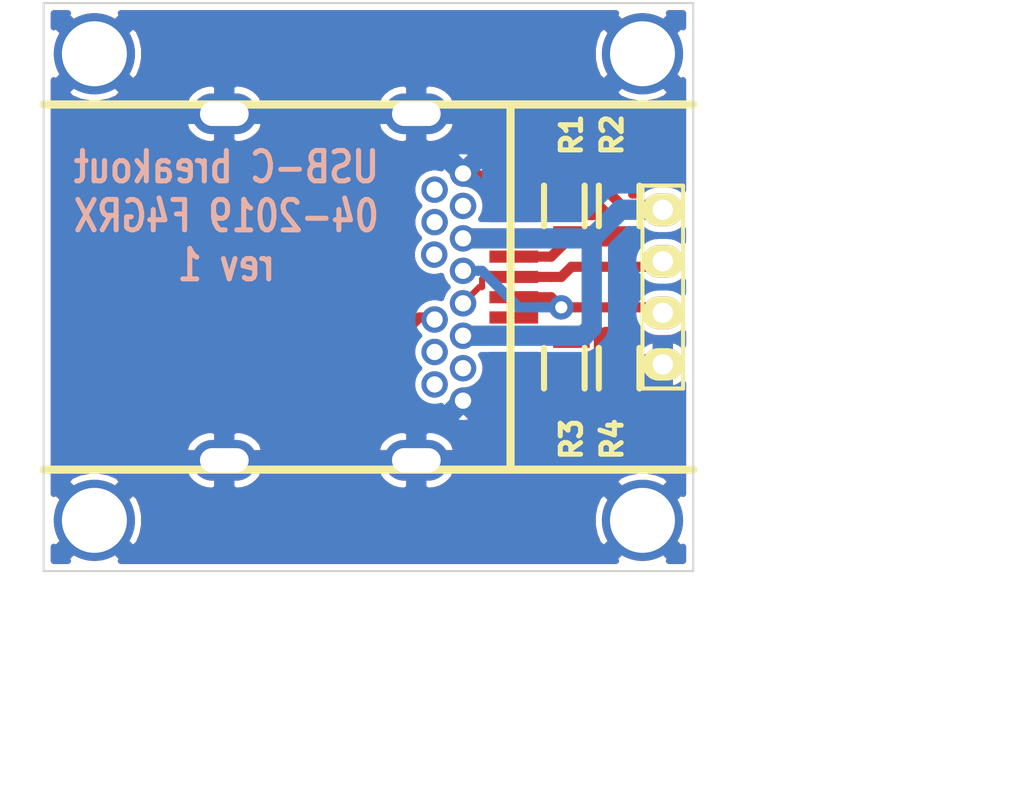
<source format=kicad_pcb>
(kicad_pcb (version 4) (host pcbnew 4.0.7)

  (general
    (links 31)
    (no_connects 1)
    (area 12.924999 13.495237 39.466668 30.504762)
    (thickness 1.6)
    (drawings 22)
    (tracks 88)
    (zones 0)
    (modules 10)
    (nets 18)
  )

  (page A4)
  (layers
    (0 F.Cu signal)
    (31 B.Cu signal)
    (32 B.Adhes user)
    (33 F.Adhes user)
    (34 B.Paste user)
    (35 F.Paste user)
    (36 B.SilkS user)
    (37 F.SilkS user)
    (38 B.Mask user)
    (39 F.Mask user)
    (40 Dwgs.User user)
    (41 Cmts.User user)
    (42 Eco1.User user)
    (43 Eco2.User user)
    (44 Edge.Cuts user)
    (45 Margin user)
    (46 B.CrtYd user)
    (47 F.CrtYd user)
    (48 B.Fab user)
    (49 F.Fab user)
  )

  (setup
    (last_trace_width 0.25)
    (user_trace_width 0.15)
    (user_trace_width 0.2)
    (user_trace_width 0.5)
    (trace_clearance 0.1)
    (zone_clearance 0.15)
    (zone_45_only no)
    (trace_min 0.15)
    (segment_width 0.15)
    (edge_width 0.05)
    (via_size 0.8)
    (via_drill 0.4)
    (via_min_size 0.6)
    (via_min_drill 0.3)
    (user_via 0.6 0.3)
    (uvia_size 0.3)
    (uvia_drill 0.1)
    (uvias_allowed no)
    (uvia_min_size 0.2)
    (uvia_min_drill 0.1)
    (pcb_text_width 0.3)
    (pcb_text_size 1.5 1.5)
    (mod_edge_width 0.12)
    (mod_text_size 1 1)
    (mod_text_width 0.15)
    (pad_size 2 2)
    (pad_drill 2)
    (pad_to_mask_clearance 0.051)
    (solder_mask_min_width 0.25)
    (aux_axis_origin 0 0)
    (grid_origin 15 15)
    (visible_elements 7FFFFF7F)
    (pcbplotparams
      (layerselection 0x010fc_ffffffff)
      (usegerberextensions false)
      (excludeedgelayer true)
      (linewidth 0.100000)
      (plotframeref false)
      (viasonmask false)
      (mode 1)
      (useauxorigin false)
      (hpglpennumber 1)
      (hpglpenspeed 20)
      (hpglpendiameter 15)
      (hpglpenoverlay 2)
      (psnegative false)
      (psa4output false)
      (plotreference true)
      (plotvalue true)
      (plotinvisibletext false)
      (padsonsilk false)
      (subtractmaskfromsilk false)
      (outputformat 1)
      (mirror false)
      (drillshape 1)
      (scaleselection 1)
      (outputdirectory ""))
  )

  (net 0 "")
  (net 1 "Net-(USB1-Pad2)")
  (net 2 "Net-(USB1-Pad3)")
  (net 3 "Net-(USB1-Pad8)")
  (net 4 "Net-(USB1-Pad10)")
  (net 5 "Net-(USB1-Pad11)")
  (net 6 "Net-(USB1-Pad14)")
  (net 7 "Net-(USB1-Pad25)")
  (net 8 "Net-(USB1-Pad15)")
  (net 9 "Net-(USB1-Pad20)")
  (net 10 "Net-(USB1-Pad22)")
  (net 11 "Net-(USB1-Pad23)")
  (net 12 /GND)
  (net 13 /DN)
  (net 14 /DP)
  (net 15 /VBUS)
  (net 16 /CC1)
  (net 17 /CC2)

  (net_class Default "This is the default net class."
    (clearance 0.1)
    (trace_width 0.25)
    (via_dia 0.8)
    (via_drill 0.4)
    (uvia_dia 0.3)
    (uvia_drill 0.1)
    (add_net /CC1)
    (add_net /CC2)
    (add_net /DN)
    (add_net /DP)
    (add_net /GND)
    (add_net /VBUS)
    (add_net "Net-(USB1-Pad10)")
    (add_net "Net-(USB1-Pad11)")
    (add_net "Net-(USB1-Pad14)")
    (add_net "Net-(USB1-Pad15)")
    (add_net "Net-(USB1-Pad2)")
    (add_net "Net-(USB1-Pad20)")
    (add_net "Net-(USB1-Pad22)")
    (add_net "Net-(USB1-Pad23)")
    (add_net "Net-(USB1-Pad25)")
    (add_net "Net-(USB1-Pad3)")
    (add_net "Net-(USB1-Pad8)")
  )

  (module local:Wurth-632723300011 (layer F.Cu) (tedit 5C42C6B8) (tstamp 5CA1B7CA)
    (at 16 22 270)
    (path /5C9DF349)
    (attr smd)
    (fp_text reference USB1 (at 0 -12 270) (layer F.SilkS) hide
      (effects (font (size 1 1) (thickness 0.15)))
    )
    (fp_text value Wurth-632723300011 (at 0 1.9 270) (layer F.Fab) hide
      (effects (font (size 1 1) (thickness 0.15)))
    )
    (fp_line (start -4.37 0.95) (end 4.37 0.95) (layer Dwgs.User) (width 0.15))
    (fp_line (start -4.37 0.95) (end -4.37 -10.38) (layer Dwgs.User) (width 0.15))
    (fp_line (start 4.37 0.95) (end 4.37 -10.38) (layer Dwgs.User) (width 0.15))
    (fp_line (start -4.37 -10.38) (end 4.37 -10.38) (layer Dwgs.User) (width 0.15))
    (pad 27 smd rect (at 0 -2.9 270) (size 0.2 1) (layers F.Cu F.Paste F.Mask)
      (net 12 /GND))
    (pad 27 smd rect (at 0 -6 270) (size 0.2 1) (layers F.Cu F.Paste F.Mask)
      (net 12 /GND))
    (pad 26 thru_hole oval (at -4.27 -3.45 270) (size 1 1.6) (drill oval 0.6 1.2) (layers *.Cu B.Mask)
      (net 12 /GND))
    (pad 26 thru_hole oval (at -4.27 -8.18 270) (size 1 1.6) (drill oval 0.6 1.2) (layers *.Cu B.Mask)
      (net 12 /GND))
    (pad 26 thru_hole oval (at 4.27 -3.45 270) (size 1 1.6) (drill oval 0.6 1.2) (layers *.Cu B.Mask)
      (net 12 /GND))
    (pad 26 thru_hole oval (at 4.27 -8.18 270) (size 1 1.6) (drill oval 0.6 1.2) (layers *.Cu B.Mask)
      (net 12 /GND))
    (pad 25 thru_hole circle (at -2 -9.33 270) (size 0.65 0.65) (drill 0.4) (layers *.Cu B.Mask)
      (net 7 "Net-(USB1-Pad25)"))
    (pad 24 thru_hole circle (at -2.8 -9.33 270) (size 0.65 0.65) (drill 0.4) (layers *.Cu B.Mask)
      (net 12 /GND))
    (pad 23 thru_hole circle (at -2.4 -8.63 270) (size 0.65 0.65) (drill 0.4) (layers *.Cu B.Mask)
      (net 11 "Net-(USB1-Pad23)"))
    (pad 22 thru_hole circle (at -1.6 -8.63 270) (size 0.65 0.65) (drill 0.4) (layers *.Cu B.Mask)
      (net 10 "Net-(USB1-Pad22)"))
    (pad 21 thru_hole circle (at -1.2 -9.33 270) (size 0.65 0.65) (drill 0.4) (layers *.Cu B.Mask)
      (net 15 /VBUS))
    (pad 20 thru_hole circle (at -0.8 -8.62 270) (size 0.65 0.65) (drill 0.4) (layers *.Cu B.Mask)
      (net 9 "Net-(USB1-Pad20)"))
    (pad 19 thru_hole circle (at -0.4 -9.33 270) (size 0.65 0.65) (drill 0.4) (layers *.Cu B.Mask)
      (net 13 /DN))
    (pad 18 thru_hole circle (at 0.4 -9.33 270) (size 0.65 0.65) (drill 0.4) (layers *.Cu B.Mask)
      (net 14 /DP))
    (pad 17 thru_hole circle (at 0.8 -8.63 270) (size 0.65 0.65) (drill 0.4) (layers *.Cu B.Mask)
      (net 17 /CC2))
    (pad 16 thru_hole circle (at 1.2 -9.33 270) (size 0.65 0.65) (drill 0.4) (layers *.Cu B.Mask)
      (net 15 /VBUS))
    (pad 15 thru_hole circle (at 1.6 -8.63 270) (size 0.65 0.65) (drill 0.4) (layers *.Cu B.Mask)
      (net 8 "Net-(USB1-Pad15)"))
    (pad 25 thru_hole circle (at 2 -9.33 270) (size 0.65 0.65) (drill 0.4) (layers *.Cu B.Mask)
      (net 7 "Net-(USB1-Pad25)"))
    (pad 14 thru_hole circle (at 2.4 -8.63 270) (size 0.65 0.65) (drill 0.4) (layers *.Cu B.Mask)
      (net 6 "Net-(USB1-Pad14)"))
    (pad 13 thru_hole circle (at 2.8 -9.33 270) (size 0.65 0.65) (drill 0.4) (layers *.Cu B.Mask)
      (net 12 /GND))
    (pad 12 smd rect (at 2.75 -10.58 270) (size 0.3 1.2) (layers F.Cu F.Paste F.Mask)
      (net 12 /GND))
    (pad 11 smd rect (at 2.25 -10.58 270) (size 0.3 1.2) (layers F.Cu F.Paste F.Mask)
      (net 5 "Net-(USB1-Pad11)"))
    (pad 10 smd rect (at 1.75 -10.58 270) (size 0.3 1.2) (layers F.Cu F.Paste F.Mask)
      (net 4 "Net-(USB1-Pad10)"))
    (pad 9 smd rect (at 1.25 -10.58 270) (size 0.3 1.2) (layers F.Cu F.Paste F.Mask)
      (net 15 /VBUS))
    (pad 8 smd rect (at 0.75 -10.58 270) (size 0.3 1.2) (layers F.Cu F.Paste F.Mask)
      (net 3 "Net-(USB1-Pad8)"))
    (pad 7 smd rect (at 0.25 -10.58 270) (size 0.3 1.2) (layers F.Cu F.Paste F.Mask)
      (net 13 /DN))
    (pad 6 smd rect (at -0.25 -10.58 270) (size 0.3 1.2) (layers F.Cu F.Paste F.Mask)
      (net 14 /DP))
    (pad 5 smd rect (at -0.75 -10.58 270) (size 0.3 1.2) (layers F.Cu F.Paste F.Mask)
      (net 16 /CC1))
    (pad 4 smd rect (at -1.25 -10.58 270) (size 0.3 1.2) (layers F.Cu F.Paste F.Mask)
      (net 15 /VBUS))
    (pad 3 smd rect (at -1.75 -10.58 270) (size 0.3 1.2) (layers F.Cu F.Paste F.Mask)
      (net 2 "Net-(USB1-Pad3)"))
    (pad 2 smd rect (at -2.25 -10.58 270) (size 0.3 1.2) (layers F.Cu F.Paste F.Mask)
      (net 1 "Net-(USB1-Pad2)"))
    (pad 1 smd rect (at -2.75 -10.58 270) (size 0.3 1.2) (layers F.Cu F.Paste F.Mask)
      (net 12 /GND))
  )

  (module local:PINS-1.27-1x4 (layer F.Cu) (tedit 566F4375) (tstamp 5CA1B782)
    (at 30.25 22 90)
    (path /5C9DF3AC)
    (fp_text reference P1 (at 0 1.27 90) (layer F.SilkS) hide
      (effects (font (size 0.5 0.5) (thickness 0.125)))
    )
    (fp_text value CONN_01X04 (at 0 -1.27 90) (layer F.Fab) hide
      (effects (font (size 0.5 0.5) (thickness 0.125)))
    )
    (fp_line (start -2.5 0.5) (end -2.5 -0.5) (layer F.SilkS) (width 0.1))
    (fp_line (start 2.5 0.5) (end -2.5 0.5) (layer F.SilkS) (width 0.1))
    (fp_line (start 2.5 -0.5) (end 2.5 0.5) (layer F.SilkS) (width 0.1))
    (fp_line (start -2.5 -0.5) (end 2.5 -0.5) (layer F.SilkS) (width 0.1))
    (pad 4 thru_hole oval (at 1.905 0 90) (size 0.8 1) (drill 0.5) (layers *.Cu *.Mask F.SilkS)
      (net 15 /VBUS))
    (pad 3 thru_hole oval (at 0.635 0 90) (size 0.8 1) (drill 0.5) (layers *.Cu *.Mask F.SilkS)
      (net 14 /DP))
    (pad 2 thru_hole oval (at -0.635 0 90) (size 0.8 1) (drill 0.5) (layers *.Cu *.Mask F.SilkS)
      (net 13 /DN))
    (pad 1 thru_hole oval (at -1.905 0 90) (size 0.8 1) (drill 0.5) (layers *.Cu *.Mask F.SilkS)
      (net 12 /GND))
  )

  (module local:0603_m1608 (layer F.Cu) (tedit 5CA22571) (tstamp 5CA1B78A)
    (at 29 20 270)
    (descr "Resistor SMD 0603, reflow soldering, Vishay (see dcrcw.pdf)")
    (tags "resistor 0603")
    (path /5C9DF6C6)
    (attr smd)
    (fp_text reference R1 (at -1.75 1 450) (layer F.SilkS)
      (effects (font (size 0.5 0.5) (thickness 0.125)))
    )
    (fp_text value RSMALL (at 0 1.27 270) (layer F.SilkS) hide
      (effects (font (size 0.5 0.5) (thickness 0.125)))
    )
    (fp_line (start -0.5 -0.675) (end 0.5 -0.675) (layer F.SilkS) (width 0.15))
    (fp_line (start 0.5 0.675) (end -0.5 0.675) (layer F.SilkS) (width 0.15))
    (pad 2 smd rect (at 0.75 0 270) (size 0.5 0.9) (layers F.Cu F.Paste F.Mask)
      (net 16 /CC1))
    (pad 1 smd rect (at -0.75 0 270) (size 0.5 0.9) (layers F.Cu F.Paste F.Mask)
      (net 15 /VBUS))
    (model Resistors_SMD/R_0603.wrl
      (at (xyz 0 0 0))
      (scale (xyz 1 1 1))
      (rotate (xyz 0 0 0))
    )
  )

  (module local:0603_m1608 (layer F.Cu) (tedit 5CA2256F) (tstamp 5CA1B792)
    (at 28 20 90)
    (descr "Resistor SMD 0603, reflow soldering, Vishay (see dcrcw.pdf)")
    (tags "resistor 0603")
    (path /5C9DF5A6)
    (attr smd)
    (fp_text reference R2 (at 1.75 1 270) (layer F.SilkS)
      (effects (font (size 0.5 0.5) (thickness 0.125)))
    )
    (fp_text value RSMALL (at 0 1.27 90) (layer F.SilkS) hide
      (effects (font (size 0.5 0.5) (thickness 0.125)))
    )
    (fp_line (start -0.5 -0.675) (end 0.5 -0.675) (layer F.SilkS) (width 0.15))
    (fp_line (start 0.5 0.675) (end -0.5 0.675) (layer F.SilkS) (width 0.15))
    (pad 2 smd rect (at 0.75 0 90) (size 0.5 0.9) (layers F.Cu F.Paste F.Mask)
      (net 12 /GND))
    (pad 1 smd rect (at -0.75 0 90) (size 0.5 0.9) (layers F.Cu F.Paste F.Mask)
      (net 16 /CC1))
    (model Resistors_SMD/R_0603.wrl
      (at (xyz 0 0 0))
      (scale (xyz 1 1 1))
      (rotate (xyz 0 0 0))
    )
  )

  (module local:0603_m1608 (layer F.Cu) (tedit 5CA2256B) (tstamp 5CA1B79A)
    (at 28 24 270)
    (descr "Resistor SMD 0603, reflow soldering, Vishay (see dcrcw.pdf)")
    (tags "resistor 0603")
    (path /5C9DF6CC)
    (attr smd)
    (fp_text reference R3 (at 1.75 0 450) (layer F.SilkS)
      (effects (font (size 0.5 0.5) (thickness 0.125)))
    )
    (fp_text value RSMALL (at 0 1.27 270) (layer F.SilkS) hide
      (effects (font (size 0.5 0.5) (thickness 0.125)))
    )
    (fp_line (start -0.5 -0.675) (end 0.5 -0.675) (layer F.SilkS) (width 0.15))
    (fp_line (start 0.5 0.675) (end -0.5 0.675) (layer F.SilkS) (width 0.15))
    (pad 2 smd rect (at 0.75 0 270) (size 0.5 0.9) (layers F.Cu F.Paste F.Mask)
      (net 17 /CC2))
    (pad 1 smd rect (at -0.75 0 270) (size 0.5 0.9) (layers F.Cu F.Paste F.Mask)
      (net 15 /VBUS))
    (model Resistors_SMD/R_0603.wrl
      (at (xyz 0 0 0))
      (scale (xyz 1 1 1))
      (rotate (xyz 0 0 0))
    )
  )

  (module local:0603_m1608 (layer F.Cu) (tedit 5CA22569) (tstamp 5CA1B7A2)
    (at 29 24 90)
    (descr "Resistor SMD 0603, reflow soldering, Vishay (see dcrcw.pdf)")
    (tags "resistor 0603")
    (path /5C9DF5EC)
    (attr smd)
    (fp_text reference R4 (at -1.75 0 270) (layer F.SilkS)
      (effects (font (size 0.5 0.5) (thickness 0.125)))
    )
    (fp_text value RSMALL (at 0 1.27 90) (layer F.SilkS) hide
      (effects (font (size 0.5 0.5) (thickness 0.125)))
    )
    (fp_line (start -0.5 -0.675) (end 0.5 -0.675) (layer F.SilkS) (width 0.15))
    (fp_line (start 0.5 0.675) (end -0.5 0.675) (layer F.SilkS) (width 0.15))
    (pad 2 smd rect (at 0.75 0 90) (size 0.5 0.9) (layers F.Cu F.Paste F.Mask)
      (net 12 /GND))
    (pad 1 smd rect (at -0.75 0 90) (size 0.5 0.9) (layers F.Cu F.Paste F.Mask)
      (net 17 /CC2))
    (model Resistors_SMD/R_0603.wrl
      (at (xyz 0 0 0))
      (scale (xyz 1 1 1))
      (rotate (xyz 0 0 0))
    )
  )

  (module local:HOLE_1.6mm (layer F.Cu) (tedit 5CA20ED7) (tstamp 5CA2142B)
    (at 16.25 27.75)
    (path /5CA2ACB5)
    (fp_text reference J4 (at 0 0) (layer F.SilkS) hide
      (effects (font (size 1 1) (thickness 0.15)))
    )
    (fp_text value PIN (at 0 0) (layer F.SilkS) hide
      (effects (font (size 1 1) (thickness 0.15)))
    )
    (pad 1 thru_hole circle (at 0 0) (size 2 2) (drill 1.6) (layers *.Cu *.Mask)
      (net 12 /GND))
  )

  (module local:HOLE_1.6mm (layer F.Cu) (tedit 5CA20ED7) (tstamp 5CA2158E)
    (at 29.75 27.75)
    (path /5CA2BCB0)
    (fp_text reference J1 (at 0 0) (layer F.SilkS) hide
      (effects (font (size 1 1) (thickness 0.15)))
    )
    (fp_text value PIN (at 0 0) (layer F.SilkS) hide
      (effects (font (size 1 1) (thickness 0.15)))
    )
    (pad 1 thru_hole circle (at 0 0) (size 2 2) (drill 1.6) (layers *.Cu *.Mask)
      (net 12 /GND))
  )

  (module local:HOLE_1.6mm (layer F.Cu) (tedit 5CA20ED7) (tstamp 5CA21593)
    (at 29.75 16.25)
    (path /5CA2BAFB)
    (fp_text reference J2 (at 0 0) (layer F.SilkS) hide
      (effects (font (size 1 1) (thickness 0.15)))
    )
    (fp_text value PIN (at 0 0) (layer F.SilkS) hide
      (effects (font (size 1 1) (thickness 0.15)))
    )
    (pad 1 thru_hole circle (at 0 0) (size 2 2) (drill 1.6) (layers *.Cu *.Mask)
      (net 12 /GND))
  )

  (module local:HOLE_1.6mm (layer F.Cu) (tedit 5CA20ED7) (tstamp 5CA21598)
    (at 16.25 16.25)
    (path /5CA2B92F)
    (fp_text reference J3 (at 0 0) (layer F.SilkS) hide
      (effects (font (size 1 1) (thickness 0.15)))
    )
    (fp_text value PIN (at 0 0) (layer F.SilkS) hide
      (effects (font (size 1 1) (thickness 0.15)))
    )
    (pad 1 thru_hole circle (at 0 0) (size 2 2) (drill 1.6) (layers *.Cu *.Mask)
      (net 12 /GND))
  )

  (gr_line (start 15 33) (end 15 29.4) (angle 90) (layer Dwgs.User) (width 0.15))
  (gr_line (start 31 33) (end 31 29.4) (angle 90) (layer Dwgs.User) (width 0.15))
  (gr_line (start 31.4 29) (end 35.6 29) (angle 90) (layer Dwgs.User) (width 0.15))
  (gr_line (start 35.6 15) (end 31.4 15) (angle 90) (layer Dwgs.User) (width 0.15))
  (dimension 14 (width 0.15) (layer Dwgs.User)
    (gr_text "14,000 mm" (at 37.85 22 270) (layer Dwgs.User)
      (effects (font (size 1 1) (thickness 0.15)))
    )
    (feature1 (pts (xy 36 29) (xy 39.2 29)))
    (feature2 (pts (xy 36 15) (xy 39.2 15)))
    (crossbar (pts (xy 36.5 15) (xy 36.5 29)))
    (arrow1a (pts (xy 36.5 29) (xy 35.913579 27.873496)))
    (arrow1b (pts (xy 36.5 29) (xy 37.086421 27.873496)))
    (arrow2a (pts (xy 36.5 15) (xy 35.913579 16.126504)))
    (arrow2b (pts (xy 36.5 15) (xy 37.086421 16.126504)))
  )
  (dimension 16 (width 0.15) (layer Dwgs.User)
    (gr_text "16,000 mm" (at 23 35.6) (layer Dwgs.User)
      (effects (font (size 1 1) (thickness 0.15)))
    )
    (feature1 (pts (xy 31 33.5) (xy 31 36.95)))
    (feature2 (pts (xy 15 33.5) (xy 15 36.95)))
    (crossbar (pts (xy 15 34.25) (xy 31 34.25)))
    (arrow1a (pts (xy 31 34.25) (xy 29.873496 34.836421)))
    (arrow1b (pts (xy 31 34.25) (xy 29.873496 33.663579)))
    (arrow2a (pts (xy 15 34.25) (xy 16.126504 34.836421)))
    (arrow2b (pts (xy 15 34.25) (xy 16.126504 33.663579)))
  )
  (dimension 13.5 (width 0.15) (layer Dwgs.User)
    (gr_text "13,500 mm" (at 23 31.85) (layer Dwgs.User)
      (effects (font (size 1 1) (thickness 0.15)))
    )
    (feature1 (pts (xy 16.25 30) (xy 16.25 33.2)))
    (feature2 (pts (xy 29.75 30) (xy 29.75 33.2)))
    (crossbar (pts (xy 29.75 30.5) (xy 16.25 30.5)))
    (arrow1a (pts (xy 16.25 30.5) (xy 17.376504 29.913579)))
    (arrow1b (pts (xy 16.25 30.5) (xy 17.376504 31.086421)))
    (arrow2a (pts (xy 29.75 30.5) (xy 28.623496 29.913579)))
    (arrow2b (pts (xy 29.75 30.5) (xy 28.623496 31.086421)))
  )
  (dimension 11.5 (width 0.15) (layer Dwgs.User)
    (gr_text "11,500 mm" (at 34.1 22 270) (layer Dwgs.User)
      (effects (font (size 1 1) (thickness 0.15)))
    )
    (feature1 (pts (xy 32 27.75) (xy 35.45 27.75)))
    (feature2 (pts (xy 32 16.25) (xy 35.45 16.25)))
    (crossbar (pts (xy 32.75 16.25) (xy 32.75 27.75)))
    (arrow1a (pts (xy 32.75 27.75) (xy 32.163579 26.623496)))
    (arrow1b (pts (xy 32.75 27.75) (xy 33.336421 26.623496)))
    (arrow2a (pts (xy 32.75 16.25) (xy 32.163579 17.376504)))
    (arrow2b (pts (xy 32.75 16.25) (xy 33.336421 17.376504)))
  )
  (gr_line (start 26.5 17.5) (end 26.5 26.5) (angle 90) (layer F.SilkS) (width 0.2))
  (gr_line (start 15 26.5) (end 31 26.5) (angle 90) (layer F.SilkS) (width 0.2))
  (gr_line (start 15 17.5) (end 31 17.5) (angle 90) (layer F.SilkS) (width 0.2))
  (gr_line (start 15 17.5) (end 31 17.5) (angle 90) (layer F.SilkS) (width 0.2))
  (gr_text "USB-C breakout\n04-2019 F4GRX\nrev 1" (at 19.5 20.25) (layer B.SilkS)
    (effects (font (size 0.75 0.6) (thickness 0.125)) (justify mirror))
  )
  (gr_line (start 14.5 16.5) (end 18.5 16.5) (angle 90) (layer Dwgs.User) (width 0.15))
  (gr_line (start 31 26.5) (end 31 17.5) (angle 90) (layer Dwgs.User) (width 0.15))
  (gr_line (start 31 26.5) (end 15 26.5) (angle 90) (layer Dwgs.User) (width 0.15))
  (gr_line (start 15 17.5) (end 31 17.5) (angle 90) (layer Dwgs.User) (width 0.15))
  (gr_line (start 31 15) (end 15 15) (angle 90) (layer Edge.Cuts) (width 0.05))
  (gr_line (start 31 29) (end 31 15) (angle 90) (layer Edge.Cuts) (width 0.05))
  (gr_line (start 15 29) (end 31 29) (angle 90) (layer Edge.Cuts) (width 0.05))
  (gr_line (start 15 15) (end 15 29) (angle 90) (layer Edge.Cuts) (width 0.05))
  (gr_line (start 14 22) (end 32 22) (angle 90) (layer Dwgs.User) (width 0.15))

  (segment (start 28 19.25) (end 26.58 19.25) (width 0.25) (layer F.Cu) (net 12))
  (segment (start 30.25 23.905) (end 29.155 23.905) (width 0.25) (layer F.Cu) (net 12))
  (segment (start 29 23.75) (end 29 23.25) (width 0.25) (layer F.Cu) (net 12) (tstamp 5CA2245E))
  (segment (start 29.155 23.905) (end 29 23.75) (width 0.25) (layer F.Cu) (net 12) (tstamp 5CA2245D))
  (segment (start 30.155 24) (end 30.25 23.905) (width 0.25) (layer F.Cu) (net 12) (tstamp 5CA223D7))
  (segment (start 25.33 24.8) (end 29.355 24.8) (width 0.5) (layer B.Cu) (net 12))
  (segment (start 29.355 24.8) (end 30.25 23.905) (width 0.5) (layer B.Cu) (net 12) (tstamp 5CA223C6))
  (segment (start 24.18 17.73) (end 19.45 17.73) (width 0.5) (layer F.Cu) (net 12))
  (segment (start 24.18 26.27) (end 19.45 26.27) (width 0.5) (layer F.Cu) (net 12))
  (segment (start 26.58 19.25) (end 25.38 19.25) (width 0.25) (layer F.Cu) (net 12))
  (segment (start 25.38 19.25) (end 25.33 19.2) (width 0.25) (layer F.Cu) (net 12) (tstamp 5CA1E4EA))
  (segment (start 26.58 24.75) (end 25.38 24.75) (width 0.25) (layer F.Cu) (net 12))
  (segment (start 25.38 24.75) (end 25.33 24.8) (width 0.25) (layer F.Cu) (net 12) (tstamp 5CA1E4ED))
  (segment (start 30.155 24) (end 30.25 23.905) (width 0.5) (layer F.Cu) (net 12) (tstamp 5CA1EC8E))
  (segment (start 25.33 24.8) (end 24.88 25.25) (width 0.5) (layer B.Cu) (net 12))
  (segment (start 23.75 19.25) (end 23.75 19.5) (width 0.5) (layer B.Cu) (net 12) (tstamp 5CA1ECCA))
  (segment (start 24.25 18.75) (end 23.75 19.25) (width 0.5) (layer B.Cu) (net 12))
  (segment (start 24.88 18.75) (end 24.25 18.75) (width 0.5) (layer B.Cu) (net 12) (tstamp 5CA1ECC7))
  (segment (start 24.88 18.75) (end 25.33 19.2) (width 0.5) (layer B.Cu) (net 12))
  (segment (start 23.75 24) (end 23.75 21.5) (width 0.5) (layer B.Cu) (net 12))
  (segment (start 24.88 25.25) (end 24.25 25.25) (width 0.5) (layer B.Cu) (net 12) (tstamp 5CA1ECBA))
  (segment (start 24.25 25.25) (end 23.75 24.75) (width 0.5) (layer B.Cu) (net 12))
  (segment (start 23.75 24.75) (end 23.75 24) (width 0.5) (layer B.Cu) (net 12) (tstamp 5CA1ECC0))
  (segment (start 23.75 21.5) (end 23.75 19.5) (width 0.5) (layer B.Cu) (net 12))
  (segment (start 24.25 25.25) (end 24.18 25.32) (width 0.5) (layer B.Cu) (net 12))
  (segment (start 24.18 25.32) (end 24.18 26.27) (width 0.5) (layer B.Cu) (net 12) (tstamp 5CA1ED23))
  (segment (start 24.25 18.75) (end 24.18 18.68) (width 0.5) (layer B.Cu) (net 12))
  (segment (start 24.18 18.68) (end 24.18 17.73) (width 0.5) (layer B.Cu) (net 12) (tstamp 5CA1ED26))
  (segment (start 22 22) (end 19.5 22) (width 0.25) (layer F.Cu) (net 12))
  (segment (start 19.5 22) (end 18.9 22) (width 0.25) (layer F.Cu) (net 12) (tstamp 5CA1EF53))
  (segment (start 19.45 17.73) (end 19.45 22) (width 0.25) (layer F.Cu) (net 12))
  (segment (start 19.45 22) (end 19.5 22) (width 0.25) (layer F.Cu) (net 12) (tstamp 5CA1EF4F))
  (segment (start 19.45 26.27) (end 17.73 26.27) (width 0.5) (layer F.Cu) (net 12))
  (segment (start 17.73 26.27) (end 16.5 27.5) (width 0.5) (layer F.Cu) (net 12) (tstamp 5CA20EC6))
  (segment (start 19.45 17.73) (end 17.73 17.73) (width 0.5) (layer F.Cu) (net 12))
  (segment (start 17.73 17.73) (end 16.5 16.5) (width 0.5) (layer F.Cu) (net 12) (tstamp 5CA20EC9))
  (segment (start 29.5 16.5) (end 28.27 17.73) (width 0.5) (layer F.Cu) (net 12))
  (segment (start 28.27 17.73) (end 24.18 17.73) (width 0.5) (layer F.Cu) (net 12) (tstamp 5CA20ECC))
  (segment (start 29.5 27.5) (end 28.27 26.27) (width 0.5) (layer F.Cu) (net 12))
  (segment (start 28.27 26.27) (end 24.18 26.27) (width 0.5) (layer F.Cu) (net 12) (tstamp 5CA20ECF))
  (segment (start 27.5 22.25) (end 27.75 22.5) (width 0.25) (layer F.Cu) (net 13))
  (segment (start 26.58 22.25) (end 27.5 22.25) (width 0.25) (layer F.Cu) (net 13))
  (segment (start 30.115 22.5) (end 30.25 22.635) (width 0.2) (layer F.Cu) (net 13) (tstamp 5CA1E101))
  (segment (start 27.75 22.5) (end 30.115 22.5) (width 0.25) (layer F.Cu) (net 13))
  (via (at 27.75 22.5) (size 0.6) (drill 0.3) (layers F.Cu B.Cu) (net 13))
  (segment (start 25.33 21.6) (end 25.8 21.6) (width 0.25) (layer B.Cu) (net 13))
  (segment (start 26.7 22.5) (end 27.75 22.5) (width 0.25) (layer B.Cu) (net 13) (tstamp 5CA1EF1E))
  (segment (start 25.8 21.6) (end 26.7 22.5) (width 0.25) (layer B.Cu) (net 13) (tstamp 5CA1EF1D))
  (segment (start 26.58 21.75) (end 27.5 21.75) (width 0.25) (layer F.Cu) (net 14))
  (segment (start 30.115 21.5) (end 30.25 21.365) (width 0.2) (layer F.Cu) (net 14) (tstamp 5CA1E0FD))
  (segment (start 28 21.5) (end 30.115 21.5) (width 0.25) (layer F.Cu) (net 14))
  (segment (start 27.5 21.75) (end 27.75 21.75) (width 0.25) (layer F.Cu) (net 14) (tstamp 5CA1E0B8))
  (segment (start 27.75 21.75) (end 28 21.5) (width 0.25) (layer F.Cu) (net 14) (tstamp 5CA1E0BC))
  (segment (start 26.58 21.75) (end 25.85 21.75) (width 0.15) (layer F.Cu) (net 14))
  (segment (start 25.73 22) (end 25.33 22.4) (width 0.15) (layer F.Cu) (net 14) (tstamp 5CA1EED8))
  (segment (start 25.8 22) (end 25.73 22) (width 0.15) (layer F.Cu) (net 14))
  (segment (start 25.85 21.75) (end 25.8 21.8) (width 0.15) (layer F.Cu) (net 14) (tstamp 5CA1EED3))
  (segment (start 25.8 21.8) (end 25.8 22) (width 0.15) (layer F.Cu) (net 14))
  (segment (start 30.25 20.095) (end 29.205 20.095) (width 0.5) (layer B.Cu) (net 15))
  (segment (start 29.205 20.095) (end 28.5 20.8) (width 0.5) (layer B.Cu) (net 15) (tstamp 5CA2253A))
  (segment (start 25.33 23.2) (end 28.3 23.2) (width 0.5) (layer B.Cu) (net 15))
  (segment (start 28.3 23.2) (end 28.5 23) (width 0.5) (layer B.Cu) (net 15) (tstamp 5CA2252A))
  (segment (start 28.5 23) (end 28.5 20.8) (width 0.5) (layer B.Cu) (net 15) (tstamp 5CA2252F))
  (segment (start 26.58 23.25) (end 28 23.25) (width 0.25) (layer F.Cu) (net 15))
  (segment (start 29 19.25) (end 29 19.75) (width 0.25) (layer F.Cu) (net 15))
  (segment (start 29.345 20.095) (end 30.25 20.095) (width 0.25) (layer F.Cu) (net 15) (tstamp 5CA224D7))
  (segment (start 29 19.75) (end 29.345 20.095) (width 0.25) (layer F.Cu) (net 15) (tstamp 5CA224D5))
  (segment (start 25.33 20.8) (end 28.5 20.8) (width 0.5) (layer B.Cu) (net 15))
  (segment (start 26.58 20.75) (end 25.38 20.75) (width 0.25) (layer F.Cu) (net 15))
  (segment (start 25.38 20.75) (end 25.33 20.8) (width 0.25) (layer F.Cu) (net 15) (tstamp 5CA1E4E7))
  (segment (start 26.58 23.25) (end 25.38 23.25) (width 0.25) (layer F.Cu) (net 15))
  (segment (start 25.38 23.25) (end 25.33 23.2) (width 0.25) (layer F.Cu) (net 15) (tstamp 5CA1E4F0))
  (segment (start 28 20.75) (end 29 20.75) (width 0.25) (layer F.Cu) (net 16))
  (segment (start 26.58 21.25) (end 27.5 21.25) (width 0.25) (layer F.Cu) (net 16))
  (segment (start 27.5 21.25) (end 28 20.75) (width 0.25) (layer F.Cu) (net 16) (tstamp 5CA224C5))
  (segment (start 28 24.75) (end 28 25.25) (width 0.25) (layer F.Cu) (net 17))
  (segment (start 27.75 25.5) (end 27.5 25.5) (width 0.25) (layer F.Cu) (net 17) (tstamp 5CA224B9))
  (segment (start 28 25.25) (end 27.75 25.5) (width 0.25) (layer F.Cu) (net 17) (tstamp 5CA224B8))
  (segment (start 27.75 24.75) (end 29 24.75) (width 0.25) (layer F.Cu) (net 17))
  (segment (start 25 25.5) (end 26 25.5) (width 0.25) (layer F.Cu) (net 17))
  (segment (start 24.58 22.75) (end 24.25 22.75) (width 0.25) (layer F.Cu) (net 17) (tstamp 5CA1ECEB))
  (segment (start 24 25) (end 24 23) (width 0.25) (layer F.Cu) (net 17))
  (segment (start 25 25.5) (end 24.75 25.25) (width 0.25) (layer F.Cu) (net 17) (tstamp 5CA223AF))
  (segment (start 24.75 25.25) (end 24.25 25.25) (width 0.25) (layer F.Cu) (net 17) (tstamp 5CA1EC82))
  (segment (start 24.25 25.25) (end 24 25) (width 0.25) (layer F.Cu) (net 17) (tstamp 5CA1EC83))
  (segment (start 27.5 25.5) (end 26 25.5) (width 0.25) (layer F.Cu) (net 17) (tstamp 5CA22450))
  (segment (start 24.25 22.75) (end 24 23) (width 0.25) (layer F.Cu) (net 17))
  (segment (start 24.63 22.8) (end 24.58 22.75) (width 0.25) (layer F.Cu) (net 17))

  (zone (net 12) (net_name /GND) (layer F.Cu) (tstamp 5CA1EF37) (hatch edge 0.508)
    (connect_pads (clearance 0.15))
    (min_thickness 0.15)
    (fill yes (arc_segments 32) (thermal_gap 0.15) (thermal_bridge_width 0.5))
    (polygon
      (pts
        (xy 15 15) (xy 31 15) (xy 31 29) (xy 15 29)
      )
    )
    (filled_polygon
      (pts
        (xy 15.552391 15.304904) (xy 16.25 16.002513) (xy 16.947609 15.304904) (xy 16.90054 15.25) (xy 29.09946 15.25)
        (xy 29.052391 15.304904) (xy 29.75 16.002513) (xy 30.447609 15.304904) (xy 30.40054 15.25) (xy 30.75 15.25)
        (xy 30.75 15.59946) (xy 30.695096 15.552391) (xy 29.997487 16.25) (xy 30.695096 16.947609) (xy 30.75 16.90054)
        (xy 30.75 19.615711) (xy 30.706612 19.579304) (xy 30.599722 19.52054) (xy 30.483453 19.483658) (xy 30.362234 19.470061)
        (xy 30.353508 19.47) (xy 30.146492 19.47) (xy 30.025096 19.481903) (xy 29.908323 19.517159) (xy 29.800622 19.574424)
        (xy 29.706096 19.651518) (xy 29.628761 19.745) (xy 29.489975 19.745) (xy 29.469507 19.724533) (xy 29.48583 19.723231)
        (xy 29.546602 19.704411) (xy 29.599725 19.669405) (xy 29.640993 19.620986) (xy 29.667137 19.562987) (xy 29.676088 19.5)
        (xy 29.676088 19) (xy 29.673231 18.96417) (xy 29.654411 18.903398) (xy 29.619405 18.850275) (xy 29.570986 18.809007)
        (xy 29.512987 18.782863) (xy 29.45 18.773912) (xy 28.55 18.773912) (xy 28.51417 18.776769) (xy 28.501219 18.78078)
        (xy 28.47216 18.775) (xy 28.23125 18.775) (xy 28.175 18.83125) (xy 28.175 19.125) (xy 28.195 19.125)
        (xy 28.195 19.375) (xy 28.175 19.375) (xy 28.175 19.66875) (xy 28.23125 19.725) (xy 28.47216 19.725)
        (xy 28.501408 19.719183) (xy 28.55 19.726088) (xy 28.65 19.726088) (xy 28.65 19.75) (xy 28.653159 19.782216)
        (xy 28.655973 19.814383) (xy 28.656486 19.81615) (xy 28.656666 19.817982) (xy 28.666014 19.848945) (xy 28.67503 19.879978)
        (xy 28.675876 19.881611) (xy 28.676409 19.883375) (xy 28.691578 19.911904) (xy 28.706465 19.940624) (xy 28.707616 19.942066)
        (xy 28.708478 19.943687) (xy 28.728881 19.968704) (xy 28.749081 19.994008) (xy 28.751604 19.996565) (xy 28.75165 19.996622)
        (xy 28.751703 19.996666) (xy 28.752513 19.997487) (xy 29.028937 20.273912) (xy 28.55 20.273912) (xy 28.51417 20.276769)
        (xy 28.500309 20.281061) (xy 28.45 20.273912) (xy 27.55 20.273912) (xy 27.51417 20.276769) (xy 27.453398 20.295589)
        (xy 27.406088 20.326764) (xy 27.406088 20.1) (xy 27.403231 20.06417) (xy 27.384411 20.003398) (xy 27.381151 19.998451)
        (xy 27.397137 19.962987) (xy 27.406088 19.9) (xy 27.406088 19.674286) (xy 27.406571 19.674769) (xy 27.443423 19.699393)
        (xy 27.48437 19.716354) (xy 27.52784 19.725) (xy 27.76875 19.725) (xy 27.825 19.66875) (xy 27.825 19.375)
        (xy 27.39875 19.375) (xy 27.34875 19.325) (xy 26.755 19.325) (xy 26.755 19.373912) (xy 26.405 19.373912)
        (xy 26.405 19.325) (xy 26.385 19.325) (xy 26.385 19.175) (xy 26.405 19.175) (xy 26.405 18.93125)
        (xy 26.755 18.93125) (xy 26.755 19.175) (xy 27.34875 19.175) (xy 27.39875 19.125) (xy 27.825 19.125)
        (xy 27.825 18.83125) (xy 27.76875 18.775) (xy 27.52784 18.775) (xy 27.48437 18.783646) (xy 27.443423 18.800607)
        (xy 27.406571 18.825231) (xy 27.375231 18.85657) (xy 27.350608 18.893422) (xy 27.333647 18.934369) (xy 27.333468 18.93527)
        (xy 27.323429 18.925231) (xy 27.286577 18.900607) (xy 27.24563 18.883646) (xy 27.20216 18.875) (xy 26.81125 18.875)
        (xy 26.755 18.93125) (xy 26.405 18.93125) (xy 26.34875 18.875) (xy 25.95784 18.875) (xy 25.91437 18.883646)
        (xy 25.873423 18.900607) (xy 25.836571 18.925231) (xy 25.805231 18.95657) (xy 25.784725 18.98726) (xy 25.77658 18.983229)
        (xy 25.55981 19.2) (xy 25.755 19.395191) (xy 25.755 19.425002) (xy 25.755565 19.425002) (xy 25.763647 19.465631)
        (xy 25.77868 19.501924) (xy 25.762863 19.537013) (xy 25.753912 19.6) (xy 25.753912 19.646301) (xy 25.682279 19.574167)
        (xy 25.592859 19.513853) (xy 25.493426 19.472055) (xy 25.387769 19.450367) (xy 25.350295 19.450105) (xy 25.33 19.42981)
        (xy 25.309986 19.449824) (xy 25.30401 19.449782) (xy 25.077209 19.222981) (xy 25.10019 19.2) (xy 24.88342 18.983229)
        (xy 24.807137 19.020979) (xy 24.794936 19.07269) (xy 24.793426 19.072055) (xy 24.687769 19.050367) (xy 24.579911 19.049614)
        (xy 24.473961 19.069825) (xy 24.373954 19.11023) (xy 24.283701 19.16929) (xy 24.206637 19.244756) (xy 24.145699 19.333754)
        (xy 24.103209 19.432892) (xy 24.080783 19.538395) (xy 24.079277 19.646245) (xy 24.098748 19.752334) (xy 24.138454 19.85262)
        (xy 24.196883 19.943284) (xy 24.251987 20.000346) (xy 24.206637 20.044756) (xy 24.145699 20.133754) (xy 24.103209 20.232892)
        (xy 24.080783 20.338395) (xy 24.079277 20.446245) (xy 24.098748 20.552334) (xy 24.138454 20.65262) (xy 24.196883 20.743284)
        (xy 24.247127 20.795313) (xy 24.196637 20.844756) (xy 24.135699 20.933754) (xy 24.093209 21.032892) (xy 24.070783 21.138395)
        (xy 24.069277 21.246245) (xy 24.088748 21.352334) (xy 24.128454 21.45262) (xy 24.186883 21.543284) (xy 24.261809 21.620873)
        (xy 24.350379 21.68243) (xy 24.449218 21.725612) (xy 24.554563 21.748773) (xy 24.6624 21.751032) (xy 24.768621 21.732302)
        (xy 24.793314 21.722724) (xy 24.798748 21.752334) (xy 24.838454 21.85262) (xy 24.896883 21.943284) (xy 24.951987 22.000346)
        (xy 24.906637 22.044756) (xy 24.845699 22.133754) (xy 24.803209 22.232892) (xy 24.794765 22.272618) (xy 24.793426 22.272055)
        (xy 24.687769 22.250367) (xy 24.579911 22.249614) (xy 24.473961 22.269825) (xy 24.373954 22.31023) (xy 24.283701 22.36929)
        (xy 24.252341 22.4) (xy 24.25 22.4) (xy 24.217788 22.403159) (xy 24.185616 22.405973) (xy 24.183848 22.406487)
        (xy 24.182018 22.406666) (xy 24.151081 22.416006) (xy 24.120021 22.42503) (xy 24.118387 22.425877) (xy 24.116625 22.426409)
        (xy 24.088114 22.441569) (xy 24.059376 22.456465) (xy 24.057934 22.457616) (xy 24.056313 22.458478) (xy 24.031296 22.478881)
        (xy 24.005992 22.499081) (xy 24.00343 22.501607) (xy 24.003378 22.50165) (xy 24.003338 22.501699) (xy 24.002512 22.502513)
        (xy 23.752513 22.752513) (xy 23.732016 22.777467) (xy 23.71121 22.802262) (xy 23.710322 22.803878) (xy 23.709156 22.805297)
        (xy 23.693887 22.833772) (xy 23.678303 22.86212) (xy 23.677747 22.863873) (xy 23.676876 22.865497) (xy 23.66742 22.896428)
        (xy 23.657648 22.927231) (xy 23.657443 22.929061) (xy 23.656905 22.93082) (xy 23.653639 22.962974) (xy 23.650034 22.995113)
        (xy 23.650009 22.998709) (xy 23.650002 22.998778) (xy 23.650008 22.998842) (xy 23.65 23) (xy 23.65 25)
        (xy 23.653159 25.032216) (xy 23.655973 25.064383) (xy 23.656486 25.06615) (xy 23.656666 25.067982) (xy 23.666014 25.098945)
        (xy 23.67503 25.129978) (xy 23.675876 25.131611) (xy 23.676409 25.133375) (xy 23.691578 25.161904) (xy 23.706465 25.190624)
        (xy 23.707616 25.192066) (xy 23.708478 25.193687) (xy 23.728881 25.218704) (xy 23.749081 25.244008) (xy 23.751604 25.246565)
        (xy 23.75165 25.246622) (xy 23.751703 25.246666) (xy 23.752513 25.247487) (xy 24.002512 25.497487) (xy 24.027513 25.518023)
        (xy 24.052262 25.53879) (xy 24.053875 25.539677) (xy 24.055296 25.540844) (xy 24.063047 25.545) (xy 24.004998 25.545)
        (xy 24.004998 25.586326) (xy 23.887712 25.519632) (xy 23.741174 25.532546) (xy 23.599971 25.5738) (xy 23.46953 25.641808)
        (xy 23.354863 25.733957) (xy 23.260377 25.846706) (xy 23.212476 25.987093) (xy 23.234553 26.095) (xy 24.005 26.095)
        (xy 24.005 26.075) (xy 24.355 26.075) (xy 24.355 26.095) (xy 25.125447 26.095) (xy 25.147524 25.987093)
        (xy 25.100747 25.85) (xy 27.75 25.85) (xy 27.782216 25.846841) (xy 27.814383 25.844027) (xy 27.81615 25.843514)
        (xy 27.817982 25.843334) (xy 27.848945 25.833986) (xy 27.879978 25.82497) (xy 27.881611 25.824124) (xy 27.883375 25.823591)
        (xy 27.911904 25.808422) (xy 27.940624 25.793535) (xy 27.942066 25.792384) (xy 27.943687 25.791522) (xy 27.968704 25.771119)
        (xy 27.994008 25.750919) (xy 27.996565 25.748396) (xy 27.996622 25.74835) (xy 27.996666 25.748297) (xy 27.997487 25.747487)
        (xy 28.247487 25.497488) (xy 28.268023 25.472487) (xy 28.28879 25.447738) (xy 28.289677 25.446125) (xy 28.290844 25.444704)
        (xy 28.306105 25.416242) (xy 28.321697 25.38788) (xy 28.322254 25.386123) (xy 28.323123 25.384503) (xy 28.332553 25.353659)
        (xy 28.342352 25.322769) (xy 28.342558 25.320934) (xy 28.343094 25.31918) (xy 28.346356 25.287076) (xy 28.349966 25.254887)
        (xy 28.349991 25.251291) (xy 28.349998 25.251222) (xy 28.349992 25.251158) (xy 28.35 25.25) (xy 28.35 25.226088)
        (xy 28.45 25.226088) (xy 28.48583 25.223231) (xy 28.499691 25.218939) (xy 28.55 25.226088) (xy 29.45 25.226088)
        (xy 29.48583 25.223231) (xy 29.546602 25.204411) (xy 29.599725 25.169405) (xy 29.640993 25.120986) (xy 29.667137 25.062987)
        (xy 29.676088 25) (xy 29.676088 24.5) (xy 29.673231 24.46417) (xy 29.654411 24.403398) (xy 29.619405 24.350275)
        (xy 29.570986 24.309007) (xy 29.512987 24.282863) (xy 29.45 24.273912) (xy 28.55 24.273912) (xy 28.51417 24.276769)
        (xy 28.500309 24.281061) (xy 28.45 24.273912) (xy 27.55 24.273912) (xy 27.51417 24.276769) (xy 27.453398 24.295589)
        (xy 27.406088 24.326764) (xy 27.406088 24.171706) (xy 29.584763 24.171706) (xy 29.608842 24.205469) (xy 29.677859 24.30527)
        (xy 29.76502 24.389689) (xy 29.866975 24.455482) (xy 29.979807 24.50012) (xy 30.075 24.463167) (xy 30.075 24.08)
        (xy 29.608842 24.08) (xy 29.584763 24.171706) (xy 27.406088 24.171706) (xy 27.406088 24.1) (xy 27.403231 24.06417)
        (xy 27.384411 24.003398) (xy 27.381151 23.998451) (xy 27.397137 23.962987) (xy 27.406088 23.9) (xy 27.406088 23.671453)
        (xy 27.429014 23.690993) (xy 27.487013 23.717137) (xy 27.55 23.726088) (xy 28.45 23.726088) (xy 28.48583 23.723231)
        (xy 28.498781 23.71922) (xy 28.52784 23.725) (xy 28.76875 23.725) (xy 28.825 23.66875) (xy 28.825 23.375)
        (xy 29.175 23.375) (xy 29.175 23.66875) (xy 29.23125 23.725) (xy 29.47216 23.725) (xy 29.51563 23.716354)
        (xy 29.556577 23.699393) (xy 29.593429 23.674769) (xy 29.594151 23.674047) (xy 29.608842 23.73) (xy 30.075 23.73)
        (xy 30.075 23.346833) (xy 29.979807 23.30988) (xy 29.866975 23.354518) (xy 29.76502 23.420311) (xy 29.677859 23.50473)
        (xy 29.675 23.508864) (xy 29.675 23.43125) (xy 29.61875 23.375) (xy 29.175 23.375) (xy 28.825 23.375)
        (xy 28.805 23.375) (xy 28.805 23.125) (xy 28.825 23.125) (xy 28.825 23.055) (xy 29.175 23.055)
        (xy 29.175 23.125) (xy 29.61875 23.125) (xy 29.675 23.06875) (xy 29.675 23.041262) (xy 29.699947 23.07229)
        (xy 29.793388 23.150696) (xy 29.900278 23.20946) (xy 30.016547 23.246342) (xy 30.137766 23.259939) (xy 30.146492 23.26)
        (xy 30.353508 23.26) (xy 30.474904 23.248097) (xy 30.591677 23.212841) (xy 30.699378 23.155576) (xy 30.75 23.114289)
        (xy 30.75 23.434858) (xy 30.73498 23.420311) (xy 30.633025 23.354518) (xy 30.520193 23.30988) (xy 30.425 23.346833)
        (xy 30.425 23.73) (xy 30.445 23.73) (xy 30.445 24.08) (xy 30.425 24.08) (xy 30.425 24.463167)
        (xy 30.520193 24.50012) (xy 30.633025 24.455482) (xy 30.73498 24.389689) (xy 30.75 24.375142) (xy 30.75 27.09946)
        (xy 30.695096 27.052391) (xy 29.997487 27.75) (xy 30.695096 28.447609) (xy 30.75 28.40054) (xy 30.75 28.75)
        (xy 30.40054 28.75) (xy 30.447609 28.695096) (xy 29.75 27.997487) (xy 29.052391 28.695096) (xy 29.09946 28.75)
        (xy 16.90054 28.75) (xy 16.947609 28.695096) (xy 16.25 27.997487) (xy 15.552391 28.695096) (xy 15.59946 28.75)
        (xy 15.25 28.75) (xy 15.25 28.40054) (xy 15.304904 28.447609) (xy 16.002513 27.75) (xy 16.497487 27.75)
        (xy 17.195096 28.447609) (xy 17.338588 28.324594) (xy 17.429769 28.10118) (xy 17.475612 27.864271) (xy 17.474422 27.635729)
        (xy 28.524388 27.635729) (xy 28.525645 27.87703) (xy 28.573952 28.113449) (xy 28.661412 28.324594) (xy 28.804904 28.447609)
        (xy 29.502513 27.75) (xy 28.804904 27.052391) (xy 28.661412 27.175406) (xy 28.570231 27.39882) (xy 28.524388 27.635729)
        (xy 17.474422 27.635729) (xy 17.474355 27.62297) (xy 17.426048 27.386551) (xy 17.338588 27.175406) (xy 17.195096 27.052391)
        (xy 16.497487 27.75) (xy 16.002513 27.75) (xy 15.304904 27.052391) (xy 15.25 27.09946) (xy 15.25 26.804904)
        (xy 15.552391 26.804904) (xy 16.25 27.502513) (xy 16.947609 26.804904) (xy 16.824594 26.661412) (xy 16.60118 26.570231)
        (xy 16.511653 26.552907) (xy 18.482476 26.552907) (xy 18.530377 26.693294) (xy 18.624863 26.806043) (xy 18.73953 26.898192)
        (xy 18.869971 26.9662) (xy 19.011174 27.007454) (xy 19.157712 27.020368) (xy 19.275 26.953673) (xy 19.275 26.445)
        (xy 19.625 26.445) (xy 19.625 26.953673) (xy 19.742288 27.020368) (xy 19.888826 27.007454) (xy 20.030029 26.9662)
        (xy 20.16047 26.898192) (xy 20.275137 26.806043) (xy 20.369623 26.693294) (xy 20.417524 26.552907) (xy 23.212476 26.552907)
        (xy 23.260377 26.693294) (xy 23.354863 26.806043) (xy 23.46953 26.898192) (xy 23.599971 26.9662) (xy 23.741174 27.007454)
        (xy 23.887712 27.020368) (xy 24.005 26.953673) (xy 24.005 26.445) (xy 24.355 26.445) (xy 24.355 26.953673)
        (xy 24.472288 27.020368) (xy 24.618826 27.007454) (xy 24.760029 26.9662) (xy 24.89047 26.898192) (xy 25.005137 26.806043)
        (xy 25.006091 26.804904) (xy 29.052391 26.804904) (xy 29.75 27.502513) (xy 30.447609 26.804904) (xy 30.324594 26.661412)
        (xy 30.10118 26.570231) (xy 29.864271 26.524388) (xy 29.62297 26.525645) (xy 29.386551 26.573952) (xy 29.175406 26.661412)
        (xy 29.052391 26.804904) (xy 25.006091 26.804904) (xy 25.099623 26.693294) (xy 25.147524 26.552907) (xy 25.125447 26.445)
        (xy 24.355 26.445) (xy 24.005 26.445) (xy 23.234553 26.445) (xy 23.212476 26.552907) (xy 20.417524 26.552907)
        (xy 20.395447 26.445) (xy 19.625 26.445) (xy 19.275 26.445) (xy 18.504553 26.445) (xy 18.482476 26.552907)
        (xy 16.511653 26.552907) (xy 16.364271 26.524388) (xy 16.12297 26.525645) (xy 15.886551 26.573952) (xy 15.675406 26.661412)
        (xy 15.552391 26.804904) (xy 15.25 26.804904) (xy 15.25 25.987093) (xy 18.482476 25.987093) (xy 18.504553 26.095)
        (xy 19.275 26.095) (xy 19.275 25.586327) (xy 19.625 25.586327) (xy 19.625 26.095) (xy 20.395447 26.095)
        (xy 20.417524 25.987093) (xy 20.369623 25.846706) (xy 20.275137 25.733957) (xy 20.16047 25.641808) (xy 20.030029 25.5738)
        (xy 19.888826 25.532546) (xy 19.742288 25.519632) (xy 19.625 25.586327) (xy 19.275 25.586327) (xy 19.157712 25.519632)
        (xy 19.011174 25.532546) (xy 18.869971 25.5738) (xy 18.73953 25.641808) (xy 18.624863 25.733957) (xy 18.530377 25.846706)
        (xy 18.482476 25.987093) (xy 15.25 25.987093) (xy 15.25 22.10625) (xy 18.175 22.10625) (xy 18.175 22.122161)
        (xy 18.183647 22.165631) (xy 18.200608 22.206578) (xy 18.225231 22.24343) (xy 18.256571 22.274769) (xy 18.293423 22.299393)
        (xy 18.33437 22.316354) (xy 18.37784 22.325) (xy 18.66875 22.325) (xy 18.725 22.26875) (xy 18.725 22.05)
        (xy 19.075 22.05) (xy 19.075 22.26875) (xy 19.13125 22.325) (xy 19.42216 22.325) (xy 19.46563 22.316354)
        (xy 19.506577 22.299393) (xy 19.543429 22.274769) (xy 19.574769 22.24343) (xy 19.599392 22.206578) (xy 19.616353 22.165631)
        (xy 19.625 22.122161) (xy 19.625 22.10625) (xy 21.275 22.10625) (xy 21.275 22.122161) (xy 21.283647 22.165631)
        (xy 21.300608 22.206578) (xy 21.325231 22.24343) (xy 21.356571 22.274769) (xy 21.393423 22.299393) (xy 21.43437 22.316354)
        (xy 21.47784 22.325) (xy 21.76875 22.325) (xy 21.825 22.26875) (xy 21.825 22.05) (xy 22.175 22.05)
        (xy 22.175 22.26875) (xy 22.23125 22.325) (xy 22.52216 22.325) (xy 22.56563 22.316354) (xy 22.606577 22.299393)
        (xy 22.643429 22.274769) (xy 22.674769 22.24343) (xy 22.699392 22.206578) (xy 22.716353 22.165631) (xy 22.725 22.122161)
        (xy 22.725 22.10625) (xy 22.66875 22.05) (xy 22.175 22.05) (xy 21.825 22.05) (xy 21.33125 22.05)
        (xy 21.275 22.10625) (xy 19.625 22.10625) (xy 19.56875 22.05) (xy 19.075 22.05) (xy 18.725 22.05)
        (xy 18.23125 22.05) (xy 18.175 22.10625) (xy 15.25 22.10625) (xy 15.25 21.877839) (xy 18.175 21.877839)
        (xy 18.175 21.89375) (xy 18.23125 21.95) (xy 18.725 21.95) (xy 18.725 21.73125) (xy 19.075 21.73125)
        (xy 19.075 21.95) (xy 19.56875 21.95) (xy 19.625 21.89375) (xy 19.625 21.877839) (xy 21.275 21.877839)
        (xy 21.275 21.89375) (xy 21.33125 21.95) (xy 21.825 21.95) (xy 21.825 21.73125) (xy 22.175 21.73125)
        (xy 22.175 21.95) (xy 22.66875 21.95) (xy 22.725 21.89375) (xy 22.725 21.877839) (xy 22.716353 21.834369)
        (xy 22.699392 21.793422) (xy 22.674769 21.75657) (xy 22.643429 21.725231) (xy 22.606577 21.700607) (xy 22.56563 21.683646)
        (xy 22.52216 21.675) (xy 22.23125 21.675) (xy 22.175 21.73125) (xy 21.825 21.73125) (xy 21.76875 21.675)
        (xy 21.47784 21.675) (xy 21.43437 21.683646) (xy 21.393423 21.700607) (xy 21.356571 21.725231) (xy 21.325231 21.75657)
        (xy 21.300608 21.793422) (xy 21.283647 21.834369) (xy 21.275 21.877839) (xy 19.625 21.877839) (xy 19.616353 21.834369)
        (xy 19.599392 21.793422) (xy 19.574769 21.75657) (xy 19.543429 21.725231) (xy 19.506577 21.700607) (xy 19.46563 21.683646)
        (xy 19.42216 21.675) (xy 19.13125 21.675) (xy 19.075 21.73125) (xy 18.725 21.73125) (xy 18.66875 21.675)
        (xy 18.37784 21.675) (xy 18.33437 21.683646) (xy 18.293423 21.700607) (xy 18.256571 21.725231) (xy 18.225231 21.75657)
        (xy 18.200608 21.793422) (xy 18.183647 21.834369) (xy 18.175 21.877839) (xy 15.25 21.877839) (xy 15.25 18.75342)
        (xy 25.113229 18.75342) (xy 25.33 18.97019) (xy 25.546771 18.75342) (xy 25.509021 18.677137) (xy 25.403576 18.652258)
        (xy 25.295303 18.648429) (xy 25.188364 18.665796) (xy 25.150979 18.677137) (xy 25.113229 18.75342) (xy 15.25 18.75342)
        (xy 15.25 18.012907) (xy 18.482476 18.012907) (xy 18.530377 18.153294) (xy 18.624863 18.266043) (xy 18.73953 18.358192)
        (xy 18.869971 18.4262) (xy 19.011174 18.467454) (xy 19.157712 18.480368) (xy 19.275 18.413673) (xy 19.275 17.905)
        (xy 19.625 17.905) (xy 19.625 18.413673) (xy 19.742288 18.480368) (xy 19.888826 18.467454) (xy 20.030029 18.4262)
        (xy 20.16047 18.358192) (xy 20.275137 18.266043) (xy 20.369623 18.153294) (xy 20.417524 18.012907) (xy 23.212476 18.012907)
        (xy 23.260377 18.153294) (xy 23.354863 18.266043) (xy 23.46953 18.358192) (xy 23.599971 18.4262) (xy 23.741174 18.467454)
        (xy 23.887712 18.480368) (xy 24.005 18.413673) (xy 24.005 17.905) (xy 24.355 17.905) (xy 24.355 18.413673)
        (xy 24.472288 18.480368) (xy 24.618826 18.467454) (xy 24.760029 18.4262) (xy 24.89047 18.358192) (xy 25.005137 18.266043)
        (xy 25.099623 18.153294) (xy 25.147524 18.012907) (xy 25.125447 17.905) (xy 24.355 17.905) (xy 24.005 17.905)
        (xy 23.234553 17.905) (xy 23.212476 18.012907) (xy 20.417524 18.012907) (xy 20.395447 17.905) (xy 19.625 17.905)
        (xy 19.275 17.905) (xy 18.504553 17.905) (xy 18.482476 18.012907) (xy 15.25 18.012907) (xy 15.25 17.195096)
        (xy 15.552391 17.195096) (xy 15.675406 17.338588) (xy 15.89882 17.429769) (xy 16.135729 17.475612) (xy 16.37703 17.474355)
        (xy 16.510452 17.447093) (xy 18.482476 17.447093) (xy 18.504553 17.555) (xy 19.275 17.555) (xy 19.275 17.046327)
        (xy 19.625 17.046327) (xy 19.625 17.555) (xy 20.395447 17.555) (xy 20.417524 17.447093) (xy 23.212476 17.447093)
        (xy 23.234553 17.555) (xy 24.005 17.555) (xy 24.005 17.046327) (xy 24.355 17.046327) (xy 24.355 17.555)
        (xy 25.125447 17.555) (xy 25.147524 17.447093) (xy 25.099623 17.306706) (xy 25.006092 17.195096) (xy 29.052391 17.195096)
        (xy 29.175406 17.338588) (xy 29.39882 17.429769) (xy 29.635729 17.475612) (xy 29.87703 17.474355) (xy 30.113449 17.426048)
        (xy 30.324594 17.338588) (xy 30.447609 17.195096) (xy 29.75 16.497487) (xy 29.052391 17.195096) (xy 25.006092 17.195096)
        (xy 25.005137 17.193957) (xy 24.89047 17.101808) (xy 24.760029 17.0338) (xy 24.618826 16.992546) (xy 24.472288 16.979632)
        (xy 24.355 17.046327) (xy 24.005 17.046327) (xy 23.887712 16.979632) (xy 23.741174 16.992546) (xy 23.599971 17.0338)
        (xy 23.46953 17.101808) (xy 23.354863 17.193957) (xy 23.260377 17.306706) (xy 23.212476 17.447093) (xy 20.417524 17.447093)
        (xy 20.369623 17.306706) (xy 20.275137 17.193957) (xy 20.16047 17.101808) (xy 20.030029 17.0338) (xy 19.888826 16.992546)
        (xy 19.742288 16.979632) (xy 19.625 17.046327) (xy 19.275 17.046327) (xy 19.157712 16.979632) (xy 19.011174 16.992546)
        (xy 18.869971 17.0338) (xy 18.73953 17.101808) (xy 18.624863 17.193957) (xy 18.530377 17.306706) (xy 18.482476 17.447093)
        (xy 16.510452 17.447093) (xy 16.613449 17.426048) (xy 16.824594 17.338588) (xy 16.947609 17.195096) (xy 16.25 16.497487)
        (xy 15.552391 17.195096) (xy 15.25 17.195096) (xy 15.25 16.90054) (xy 15.304904 16.947609) (xy 16.002513 16.25)
        (xy 16.497487 16.25) (xy 17.195096 16.947609) (xy 17.338588 16.824594) (xy 17.429769 16.60118) (xy 17.475612 16.364271)
        (xy 17.474422 16.135729) (xy 28.524388 16.135729) (xy 28.525645 16.37703) (xy 28.573952 16.613449) (xy 28.661412 16.824594)
        (xy 28.804904 16.947609) (xy 29.502513 16.25) (xy 28.804904 15.552391) (xy 28.661412 15.675406) (xy 28.570231 15.89882)
        (xy 28.524388 16.135729) (xy 17.474422 16.135729) (xy 17.474355 16.12297) (xy 17.426048 15.886551) (xy 17.338588 15.675406)
        (xy 17.195096 15.552391) (xy 16.497487 16.25) (xy 16.002513 16.25) (xy 15.304904 15.552391) (xy 15.25 15.59946)
        (xy 15.25 15.25) (xy 15.59946 15.25)
      )
    )
    (filled_polygon
      (pts
        (xy 26.755 24.675) (xy 26.775 24.675) (xy 26.775 24.825) (xy 26.755 24.825) (xy 26.755 25.06875)
        (xy 26.81125 25.125) (xy 27.20216 25.125) (xy 27.24563 25.116354) (xy 27.286577 25.099393) (xy 27.323429 25.074769)
        (xy 27.335187 25.063012) (xy 27.345589 25.096602) (xy 27.380595 25.149725) (xy 27.380918 25.15) (xy 25.761068 25.15)
        (xy 25.836435 25.074633) (xy 25.836571 25.074769) (xy 25.873423 25.099393) (xy 25.91437 25.116354) (xy 25.95784 25.125)
        (xy 26.34875 25.125) (xy 26.405 25.06875) (xy 26.405 24.825) (xy 26.385 24.825) (xy 26.385 24.675)
        (xy 26.405 24.675) (xy 26.405 24.626088) (xy 26.755 24.626088)
      )
    )
    (filled_polygon
      (pts
        (xy 25.753912 24.4) (xy 25.756769 24.43583) (xy 25.775589 24.496602) (xy 25.777862 24.500051) (xy 25.763647 24.534369)
        (xy 25.755565 24.574998) (xy 25.755 24.574998) (xy 25.755 24.604809) (xy 25.55981 24.8) (xy 25.582791 24.822981)
        (xy 25.352981 25.052791) (xy 25.33 25.02981) (xy 25.307019 25.052791) (xy 25.077209 24.822981) (xy 25.10019 24.8)
        (xy 25.077209 24.777019) (xy 25.304616 24.549612) (xy 25.309525 24.549715) (xy 25.33 24.57019) (xy 25.349635 24.550555)
        (xy 25.3724 24.551032) (xy 25.478621 24.532302) (xy 25.579182 24.493297) (xy 25.670252 24.435503) (xy 25.748362 24.36112)
        (xy 25.753912 24.353252)
      )
    )
  )
  (zone (net 0) (net_name "") (layer F.Mask) (tstamp 5CA1EF6B) (hatch edge 0.508)
    (connect_pads (clearance 0.15))
    (min_thickness 0.15)
    (fill yes (arc_segments 32) (thermal_gap 0.15) (thermal_bridge_width 0.5))
    (polygon
      (pts
        (xy 15 26.5) (xy 31 26.5) (xy 31 29) (xy 15 29)
      )
    )
    (filled_polygon
      (pts
        (xy 30.925 28.925) (xy 15.075 28.925) (xy 15.075 26.575) (xy 30.925 26.575)
      )
    )
  )
  (zone (net 0) (net_name "") (layer F.Mask) (tstamp 5CA1EF7D) (hatch edge 0.508)
    (connect_pads (clearance 0.15))
    (min_thickness 0.15)
    (fill yes (arc_segments 32) (thermal_gap 0.15) (thermal_bridge_width 0.5))
    (polygon
      (pts
        (xy 15 15) (xy 31 15) (xy 31 17.5) (xy 15 17.5)
      )
    )
    (filled_polygon
      (pts
        (xy 30.925 17.425) (xy 15.075 17.425) (xy 15.075 15.075) (xy 30.925 15.075)
      )
    )
  )
  (zone (net 12) (net_name /GND) (layer B.Cu) (tstamp 5CA1F0E3) (hatch edge 0.508)
    (connect_pads (clearance 0.15))
    (min_thickness 0.15)
    (fill yes (arc_segments 32) (thermal_gap 0.15) (thermal_bridge_width 0.5))
    (polygon
      (pts
        (xy 15 15) (xy 31 15) (xy 31 29) (xy 15 29)
      )
    )
    (filled_polygon
      (pts
        (xy 15.552391 15.304904) (xy 16.25 16.002513) (xy 16.947609 15.304904) (xy 16.90054 15.25) (xy 29.09946 15.25)
        (xy 29.052391 15.304904) (xy 29.75 16.002513) (xy 30.447609 15.304904) (xy 30.40054 15.25) (xy 30.75 15.25)
        (xy 30.75 15.59946) (xy 30.695096 15.552391) (xy 29.997487 16.25) (xy 30.695096 16.947609) (xy 30.75 16.90054)
        (xy 30.75 19.615711) (xy 30.706612 19.579304) (xy 30.599722 19.52054) (xy 30.483453 19.483658) (xy 30.362234 19.470061)
        (xy 30.353508 19.47) (xy 30.146492 19.47) (xy 30.025096 19.481903) (xy 29.908323 19.517159) (xy 29.800622 19.574424)
        (xy 29.744741 19.62) (xy 29.205 19.62) (xy 29.16135 19.62428) (xy 29.117623 19.628106) (xy 29.115227 19.628802)
        (xy 29.112739 19.629046) (xy 29.070736 19.641728) (xy 29.028601 19.653969) (xy 29.026381 19.65512) (xy 29.023992 19.655841)
        (xy 28.985262 19.676433) (xy 28.946297 19.696631) (xy 28.944346 19.698189) (xy 28.942139 19.699362) (xy 28.908138 19.727093)
        (xy 28.873847 19.754467) (xy 28.87037 19.757896) (xy 28.870299 19.757954) (xy 28.870244 19.75802) (xy 28.869125 19.759124)
        (xy 28.303248 20.325) (xy 25.773842 20.325) (xy 25.810536 20.272982) (xy 25.854407 20.174447) (xy 25.878303 20.069267)
        (xy 25.880023 19.94607) (xy 25.859073 19.840263) (xy 25.817971 19.740541) (xy 25.758282 19.650702) (xy 25.682279 19.574167)
        (xy 25.592859 19.513853) (xy 25.493426 19.472055) (xy 25.387769 19.450367) (xy 25.350295 19.450105) (xy 25.33 19.42981)
        (xy 25.309986 19.449824) (xy 25.30401 19.449782) (xy 25.077209 19.222981) (xy 25.10019 19.2) (xy 25.55981 19.2)
        (xy 25.77658 19.416771) (xy 25.852863 19.379021) (xy 25.877742 19.273576) (xy 25.881571 19.165303) (xy 25.864204 19.058364)
        (xy 25.852863 19.020979) (xy 25.77658 18.983229) (xy 25.55981 19.2) (xy 25.10019 19.2) (xy 24.88342 18.983229)
        (xy 24.807137 19.020979) (xy 24.794936 19.07269) (xy 24.793426 19.072055) (xy 24.687769 19.050367) (xy 24.579911 19.049614)
        (xy 24.473961 19.069825) (xy 24.373954 19.11023) (xy 24.283701 19.16929) (xy 24.206637 19.244756) (xy 24.145699 19.333754)
        (xy 24.103209 19.432892) (xy 24.080783 19.538395) (xy 24.079277 19.646245) (xy 24.098748 19.752334) (xy 24.138454 19.85262)
        (xy 24.196883 19.943284) (xy 24.251987 20.000346) (xy 24.206637 20.044756) (xy 24.145699 20.133754) (xy 24.103209 20.232892)
        (xy 24.080783 20.338395) (xy 24.079277 20.446245) (xy 24.098748 20.552334) (xy 24.138454 20.65262) (xy 24.196883 20.743284)
        (xy 24.247127 20.795313) (xy 24.196637 20.844756) (xy 24.135699 20.933754) (xy 24.093209 21.032892) (xy 24.070783 21.138395)
        (xy 24.069277 21.246245) (xy 24.088748 21.352334) (xy 24.128454 21.45262) (xy 24.186883 21.543284) (xy 24.261809 21.620873)
        (xy 24.350379 21.68243) (xy 24.449218 21.725612) (xy 24.554563 21.748773) (xy 24.6624 21.751032) (xy 24.768621 21.732302)
        (xy 24.793314 21.722724) (xy 24.798748 21.752334) (xy 24.838454 21.85262) (xy 24.896883 21.943284) (xy 24.951987 22.000346)
        (xy 24.906637 22.044756) (xy 24.845699 22.133754) (xy 24.803209 22.232892) (xy 24.794765 22.272618) (xy 24.793426 22.272055)
        (xy 24.687769 22.250367) (xy 24.579911 22.249614) (xy 24.473961 22.269825) (xy 24.373954 22.31023) (xy 24.283701 22.36929)
        (xy 24.206637 22.444756) (xy 24.145699 22.533754) (xy 24.103209 22.632892) (xy 24.080783 22.738395) (xy 24.079277 22.846245)
        (xy 24.098748 22.952334) (xy 24.138454 23.05262) (xy 24.196883 23.143284) (xy 24.251987 23.200346) (xy 24.206637 23.244756)
        (xy 24.145699 23.333754) (xy 24.103209 23.432892) (xy 24.080783 23.538395) (xy 24.079277 23.646245) (xy 24.098748 23.752334)
        (xy 24.138454 23.85262) (xy 24.196883 23.943284) (xy 24.251987 24.000346) (xy 24.206637 24.044756) (xy 24.145699 24.133754)
        (xy 24.103209 24.232892) (xy 24.080783 24.338395) (xy 24.079277 24.446245) (xy 24.098748 24.552334) (xy 24.138454 24.65262)
        (xy 24.196883 24.743284) (xy 24.271809 24.820873) (xy 24.360379 24.88243) (xy 24.459218 24.925612) (xy 24.564563 24.948773)
        (xy 24.6724 24.951032) (xy 24.778621 24.932302) (xy 24.793352 24.926588) (xy 24.795796 24.941636) (xy 24.807137 24.979021)
        (xy 24.88342 25.016771) (xy 25.10019 24.8) (xy 25.55981 24.8) (xy 25.77658 25.016771) (xy 25.852863 24.979021)
        (xy 25.877742 24.873576) (xy 25.881571 24.765303) (xy 25.864204 24.658364) (xy 25.852863 24.620979) (xy 25.77658 24.583229)
        (xy 25.55981 24.8) (xy 25.10019 24.8) (xy 25.077209 24.777019) (xy 25.304616 24.549612) (xy 25.309525 24.549715)
        (xy 25.33 24.57019) (xy 25.349635 24.550555) (xy 25.3724 24.551032) (xy 25.478621 24.532302) (xy 25.579182 24.493297)
        (xy 25.670252 24.435503) (xy 25.748362 24.36112) (xy 25.810536 24.272982) (xy 25.854407 24.174447) (xy 25.855029 24.171706)
        (xy 29.584763 24.171706) (xy 29.608842 24.205469) (xy 29.677859 24.30527) (xy 29.76502 24.389689) (xy 29.866975 24.455482)
        (xy 29.979807 24.50012) (xy 30.075 24.463167) (xy 30.075 24.08) (xy 29.608842 24.08) (xy 29.584763 24.171706)
        (xy 25.855029 24.171706) (xy 25.878303 24.069267) (xy 25.880023 23.94607) (xy 25.859073 23.840263) (xy 25.817971 23.740541)
        (xy 25.774426 23.675) (xy 28.3 23.675) (xy 28.343691 23.670716) (xy 28.387377 23.666894) (xy 28.389773 23.666198)
        (xy 28.392261 23.665954) (xy 28.434297 23.653262) (xy 28.4764 23.64103) (xy 28.478617 23.639881) (xy 28.481008 23.639159)
        (xy 28.482634 23.638294) (xy 29.584763 23.638294) (xy 29.608842 23.73) (xy 30.075 23.73) (xy 30.075 23.346833)
        (xy 29.979807 23.30988) (xy 29.866975 23.354518) (xy 29.76502 23.420311) (xy 29.677859 23.50473) (xy 29.608842 23.604531)
        (xy 29.584763 23.638294) (xy 28.482634 23.638294) (xy 28.519774 23.618547) (xy 28.558704 23.598368) (xy 28.560654 23.596812)
        (xy 28.562861 23.595638) (xy 28.596844 23.567922) (xy 28.631154 23.540533) (xy 28.634636 23.537099) (xy 28.634701 23.537046)
        (xy 28.634751 23.536985) (xy 28.635876 23.535876) (xy 28.835876 23.335876) (xy 28.863755 23.301936) (xy 28.891929 23.268359)
        (xy 28.89313 23.266174) (xy 28.894718 23.264241) (xy 28.915459 23.225557) (xy 28.936589 23.187122) (xy 28.937345 23.184739)
        (xy 28.938524 23.18254) (xy 28.951348 23.140596) (xy 28.96462 23.098758) (xy 28.964898 23.096277) (xy 28.965629 23.093887)
        (xy 28.970062 23.050241) (xy 28.974954 23.006632) (xy 28.974988 23.001748) (xy 28.974997 23.001658) (xy 28.974989 23.001574)
        (xy 28.975 23) (xy 28.975 20.996752) (xy 29.401751 20.57) (xy 29.744888 20.57) (xy 29.793388 20.610696)
        (xy 29.900278 20.66946) (xy 30.016547 20.706342) (xy 30.137766 20.719939) (xy 30.146492 20.72) (xy 30.353508 20.72)
        (xy 30.474904 20.708097) (xy 30.591677 20.672841) (xy 30.699378 20.615576) (xy 30.75 20.574289) (xy 30.75 20.885711)
        (xy 30.706612 20.849304) (xy 30.599722 20.79054) (xy 30.483453 20.753658) (xy 30.362234 20.740061) (xy 30.353508 20.74)
        (xy 30.146492 20.74) (xy 30.025096 20.751903) (xy 29.908323 20.787159) (xy 29.800622 20.844424) (xy 29.706096 20.921518)
        (xy 29.628344 21.015504) (xy 29.570328 21.122803) (xy 29.534257 21.239326) (xy 29.521507 21.360637) (xy 29.532562 21.482113)
        (xy 29.567002 21.599129) (xy 29.623514 21.707227) (xy 29.699947 21.80229) (xy 29.793388 21.880696) (xy 29.900278 21.93946)
        (xy 30.016547 21.976342) (xy 30.137766 21.989939) (xy 30.146492 21.99) (xy 30.353508 21.99) (xy 30.474904 21.978097)
        (xy 30.591677 21.942841) (xy 30.699378 21.885576) (xy 30.75 21.844289) (xy 30.75 22.155711) (xy 30.706612 22.119304)
        (xy 30.599722 22.06054) (xy 30.483453 22.023658) (xy 30.362234 22.010061) (xy 30.353508 22.01) (xy 30.146492 22.01)
        (xy 30.025096 22.021903) (xy 29.908323 22.057159) (xy 29.800622 22.114424) (xy 29.706096 22.191518) (xy 29.628344 22.285504)
        (xy 29.570328 22.392803) (xy 29.534257 22.509326) (xy 29.521507 22.630637) (xy 29.532562 22.752113) (xy 29.567002 22.869129)
        (xy 29.623514 22.977227) (xy 29.699947 23.07229) (xy 29.793388 23.150696) (xy 29.900278 23.20946) (xy 30.016547 23.246342)
        (xy 30.137766 23.259939) (xy 30.146492 23.26) (xy 30.353508 23.26) (xy 30.474904 23.248097) (xy 30.591677 23.212841)
        (xy 30.699378 23.155576) (xy 30.75 23.114289) (xy 30.75 23.434858) (xy 30.73498 23.420311) (xy 30.633025 23.354518)
        (xy 30.520193 23.30988) (xy 30.425 23.346833) (xy 30.425 23.73) (xy 30.445 23.73) (xy 30.445 24.08)
        (xy 30.425 24.08) (xy 30.425 24.463167) (xy 30.520193 24.50012) (xy 30.633025 24.455482) (xy 30.73498 24.389689)
        (xy 30.75 24.375142) (xy 30.75 27.09946) (xy 30.695096 27.052391) (xy 29.997487 27.75) (xy 30.695096 28.447609)
        (xy 30.75 28.40054) (xy 30.75 28.75) (xy 30.40054 28.75) (xy 30.447609 28.695096) (xy 29.75 27.997487)
        (xy 29.052391 28.695096) (xy 29.09946 28.75) (xy 16.90054 28.75) (xy 16.947609 28.695096) (xy 16.25 27.997487)
        (xy 15.552391 28.695096) (xy 15.59946 28.75) (xy 15.25 28.75) (xy 15.25 28.40054) (xy 15.304904 28.447609)
        (xy 16.002513 27.75) (xy 16.497487 27.75) (xy 17.195096 28.447609) (xy 17.338588 28.324594) (xy 17.429769 28.10118)
        (xy 17.475612 27.864271) (xy 17.474422 27.635729) (xy 28.524388 27.635729) (xy 28.525645 27.87703) (xy 28.573952 28.113449)
        (xy 28.661412 28.324594) (xy 28.804904 28.447609) (xy 29.502513 27.75) (xy 28.804904 27.052391) (xy 28.661412 27.175406)
        (xy 28.570231 27.39882) (xy 28.524388 27.635729) (xy 17.474422 27.635729) (xy 17.474355 27.62297) (xy 17.426048 27.386551)
        (xy 17.338588 27.175406) (xy 17.195096 27.052391) (xy 16.497487 27.75) (xy 16.002513 27.75) (xy 15.304904 27.052391)
        (xy 15.25 27.09946) (xy 15.25 26.804904) (xy 15.552391 26.804904) (xy 16.25 27.502513) (xy 16.947609 26.804904)
        (xy 16.824594 26.661412) (xy 16.60118 26.570231) (xy 16.511653 26.552907) (xy 18.482476 26.552907) (xy 18.530377 26.693294)
        (xy 18.624863 26.806043) (xy 18.73953 26.898192) (xy 18.869971 26.9662) (xy 19.011174 27.007454) (xy 19.157712 27.020368)
        (xy 19.275 26.953673) (xy 19.275 26.445) (xy 19.625 26.445) (xy 19.625 26.953673) (xy 19.742288 27.020368)
        (xy 19.888826 27.007454) (xy 20.030029 26.9662) (xy 20.16047 26.898192) (xy 20.275137 26.806043) (xy 20.369623 26.693294)
        (xy 20.417524 26.552907) (xy 23.212476 26.552907) (xy 23.260377 26.693294) (xy 23.354863 26.806043) (xy 23.46953 26.898192)
        (xy 23.599971 26.9662) (xy 23.741174 27.007454) (xy 23.887712 27.020368) (xy 24.005 26.953673) (xy 24.005 26.445)
        (xy 24.355 26.445) (xy 24.355 26.953673) (xy 24.472288 27.020368) (xy 24.618826 27.007454) (xy 24.760029 26.9662)
        (xy 24.89047 26.898192) (xy 25.005137 26.806043) (xy 25.006091 26.804904) (xy 29.052391 26.804904) (xy 29.75 27.502513)
        (xy 30.447609 26.804904) (xy 30.324594 26.661412) (xy 30.10118 26.570231) (xy 29.864271 26.524388) (xy 29.62297 26.525645)
        (xy 29.386551 26.573952) (xy 29.175406 26.661412) (xy 29.052391 26.804904) (xy 25.006091 26.804904) (xy 25.099623 26.693294)
        (xy 25.147524 26.552907) (xy 25.125447 26.445) (xy 24.355 26.445) (xy 24.005 26.445) (xy 23.234553 26.445)
        (xy 23.212476 26.552907) (xy 20.417524 26.552907) (xy 20.395447 26.445) (xy 19.625 26.445) (xy 19.275 26.445)
        (xy 18.504553 26.445) (xy 18.482476 26.552907) (xy 16.511653 26.552907) (xy 16.364271 26.524388) (xy 16.12297 26.525645)
        (xy 15.886551 26.573952) (xy 15.675406 26.661412) (xy 15.552391 26.804904) (xy 15.25 26.804904) (xy 15.25 25.987093)
        (xy 18.482476 25.987093) (xy 18.504553 26.095) (xy 19.275 26.095) (xy 19.275 25.586327) (xy 19.625 25.586327)
        (xy 19.625 26.095) (xy 20.395447 26.095) (xy 20.417524 25.987093) (xy 23.212476 25.987093) (xy 23.234553 26.095)
        (xy 24.005 26.095) (xy 24.005 25.586327) (xy 24.355 25.586327) (xy 24.355 26.095) (xy 25.125447 26.095)
        (xy 25.147524 25.987093) (xy 25.099623 25.846706) (xy 25.005137 25.733957) (xy 24.89047 25.641808) (xy 24.760029 25.5738)
        (xy 24.618826 25.532546) (xy 24.472288 25.519632) (xy 24.355 25.586327) (xy 24.005 25.586327) (xy 23.887712 25.519632)
        (xy 23.741174 25.532546) (xy 23.599971 25.5738) (xy 23.46953 25.641808) (xy 23.354863 25.733957) (xy 23.260377 25.846706)
        (xy 23.212476 25.987093) (xy 20.417524 25.987093) (xy 20.369623 25.846706) (xy 20.275137 25.733957) (xy 20.16047 25.641808)
        (xy 20.030029 25.5738) (xy 19.888826 25.532546) (xy 19.742288 25.519632) (xy 19.625 25.586327) (xy 19.275 25.586327)
        (xy 19.157712 25.519632) (xy 19.011174 25.532546) (xy 18.869971 25.5738) (xy 18.73953 25.641808) (xy 18.624863 25.733957)
        (xy 18.530377 25.846706) (xy 18.482476 25.987093) (xy 15.25 25.987093) (xy 15.25 25.24658) (xy 25.113229 25.24658)
        (xy 25.150979 25.322863) (xy 25.256424 25.347742) (xy 25.364697 25.351571) (xy 25.471636 25.334204) (xy 25.509021 25.322863)
        (xy 25.546771 25.24658) (xy 25.33 25.02981) (xy 25.113229 25.24658) (xy 15.25 25.24658) (xy 15.25 18.75342)
        (xy 25.113229 18.75342) (xy 25.33 18.97019) (xy 25.546771 18.75342) (xy 25.509021 18.677137) (xy 25.403576 18.652258)
        (xy 25.295303 18.648429) (xy 25.188364 18.665796) (xy 25.150979 18.677137) (xy 25.113229 18.75342) (xy 15.25 18.75342)
        (xy 15.25 18.012907) (xy 18.482476 18.012907) (xy 18.530377 18.153294) (xy 18.624863 18.266043) (xy 18.73953 18.358192)
        (xy 18.869971 18.4262) (xy 19.011174 18.467454) (xy 19.157712 18.480368) (xy 19.275 18.413673) (xy 19.275 17.905)
        (xy 19.625 17.905) (xy 19.625 18.413673) (xy 19.742288 18.480368) (xy 19.888826 18.467454) (xy 20.030029 18.4262)
        (xy 20.16047 18.358192) (xy 20.275137 18.266043) (xy 20.369623 18.153294) (xy 20.417524 18.012907) (xy 23.212476 18.012907)
        (xy 23.260377 18.153294) (xy 23.354863 18.266043) (xy 23.46953 18.358192) (xy 23.599971 18.4262) (xy 23.741174 18.467454)
        (xy 23.887712 18.480368) (xy 24.005 18.413673) (xy 24.005 17.905) (xy 24.355 17.905) (xy 24.355 18.413673)
        (xy 24.472288 18.480368) (xy 24.618826 18.467454) (xy 24.760029 18.4262) (xy 24.89047 18.358192) (xy 25.005137 18.266043)
        (xy 25.099623 18.153294) (xy 25.147524 18.012907) (xy 25.125447 17.905) (xy 24.355 17.905) (xy 24.005 17.905)
        (xy 23.234553 17.905) (xy 23.212476 18.012907) (xy 20.417524 18.012907) (xy 20.395447 17.905) (xy 19.625 17.905)
        (xy 19.275 17.905) (xy 18.504553 17.905) (xy 18.482476 18.012907) (xy 15.25 18.012907) (xy 15.25 17.195096)
        (xy 15.552391 17.195096) (xy 15.675406 17.338588) (xy 15.89882 17.429769) (xy 16.135729 17.475612) (xy 16.37703 17.474355)
        (xy 16.510452 17.447093) (xy 18.482476 17.447093) (xy 18.504553 17.555) (xy 19.275 17.555) (xy 19.275 17.046327)
        (xy 19.625 17.046327) (xy 19.625 17.555) (xy 20.395447 17.555) (xy 20.417524 17.447093) (xy 23.212476 17.447093)
        (xy 23.234553 17.555) (xy 24.005 17.555) (xy 24.005 17.046327) (xy 24.355 17.046327) (xy 24.355 17.555)
        (xy 25.125447 17.555) (xy 25.147524 17.447093) (xy 25.099623 17.306706) (xy 25.006092 17.195096) (xy 29.052391 17.195096)
        (xy 29.175406 17.338588) (xy 29.39882 17.429769) (xy 29.635729 17.475612) (xy 29.87703 17.474355) (xy 30.113449 17.426048)
        (xy 30.324594 17.338588) (xy 30.447609 17.195096) (xy 29.75 16.497487) (xy 29.052391 17.195096) (xy 25.006092 17.195096)
        (xy 25.005137 17.193957) (xy 24.89047 17.101808) (xy 24.760029 17.0338) (xy 24.618826 16.992546) (xy 24.472288 16.979632)
        (xy 24.355 17.046327) (xy 24.005 17.046327) (xy 23.887712 16.979632) (xy 23.741174 16.992546) (xy 23.599971 17.0338)
        (xy 23.46953 17.101808) (xy 23.354863 17.193957) (xy 23.260377 17.306706) (xy 23.212476 17.447093) (xy 20.417524 17.447093)
        (xy 20.369623 17.306706) (xy 20.275137 17.193957) (xy 20.16047 17.101808) (xy 20.030029 17.0338) (xy 19.888826 16.992546)
        (xy 19.742288 16.979632) (xy 19.625 17.046327) (xy 19.275 17.046327) (xy 19.157712 16.979632) (xy 19.011174 16.992546)
        (xy 18.869971 17.0338) (xy 18.73953 17.101808) (xy 18.624863 17.193957) (xy 18.530377 17.306706) (xy 18.482476 17.447093)
        (xy 16.510452 17.447093) (xy 16.613449 17.426048) (xy 16.824594 17.338588) (xy 16.947609 17.195096) (xy 16.25 16.497487)
        (xy 15.552391 17.195096) (xy 15.25 17.195096) (xy 15.25 16.90054) (xy 15.304904 16.947609) (xy 16.002513 16.25)
        (xy 16.497487 16.25) (xy 17.195096 16.947609) (xy 17.338588 16.824594) (xy 17.429769 16.60118) (xy 17.475612 16.364271)
        (xy 17.474422 16.135729) (xy 28.524388 16.135729) (xy 28.525645 16.37703) (xy 28.573952 16.613449) (xy 28.661412 16.824594)
        (xy 28.804904 16.947609) (xy 29.502513 16.25) (xy 28.804904 15.552391) (xy 28.661412 15.675406) (xy 28.570231 15.89882)
        (xy 28.524388 16.135729) (xy 17.474422 16.135729) (xy 17.474355 16.12297) (xy 17.426048 15.886551) (xy 17.338588 15.675406)
        (xy 17.195096 15.552391) (xy 16.497487 16.25) (xy 16.002513 16.25) (xy 15.304904 15.552391) (xy 15.25 15.59946)
        (xy 15.25 15.25) (xy 15.59946 15.25)
      )
    )
  )
)

</source>
